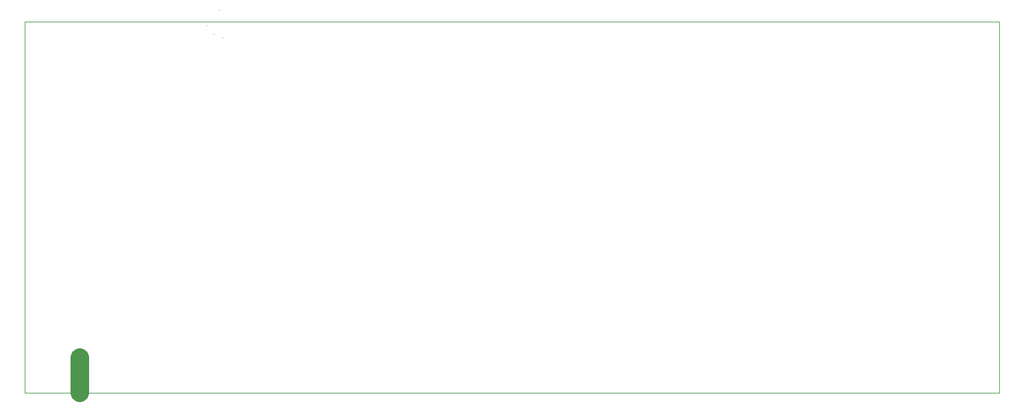
<source format=gko>
G04 (created by PCBNEW (2013-07-07 BZR 4022)-stable) date 11/11/2015 10:51:05 PM*
%MOIN*%
G04 Gerber Fmt 3.4, Leading zero omitted, Abs format*
%FSLAX34Y34*%
G01*
G70*
G90*
G04 APERTURE LIST*
%ADD10C,0.00590551*%
%ADD11C,0.00393701*%
%ADD12C,0.1*%
G04 APERTURE END LIST*
G54D10*
G54D11*
X25300Y-46900D02*
X25300Y-47450D01*
G54D12*
X25750Y-48800D02*
X25750Y-46900D01*
G54D11*
X33260Y-28160D02*
G75*
G03X33260Y-28160I0J0D01*
G74*
G01*
X33259Y-28160D02*
X33260Y-28160D01*
X33260Y-28159D02*
X33260Y-28160D01*
X33460Y-29660D02*
G75*
G03X33460Y-29660I0J0D01*
G74*
G01*
X33459Y-29660D02*
X33460Y-29660D01*
X33460Y-29659D02*
X33460Y-29660D01*
X32600Y-29000D02*
G75*
G03X32600Y-29000I0J0D01*
G74*
G01*
X32599Y-29000D02*
X32600Y-29000D01*
X32600Y-28999D02*
X32600Y-29000D01*
X32960Y-29460D02*
G75*
G03X32960Y-29460I0J0D01*
G74*
G01*
X32959Y-29460D02*
X32960Y-29460D01*
X32960Y-29459D02*
X32960Y-29460D01*
X22800Y-48801D02*
X22800Y-28801D01*
X75300Y-48801D02*
X75300Y-28801D01*
X22800Y-48801D02*
X75300Y-48801D01*
X22800Y-28800D02*
X75300Y-28800D01*
M02*

</source>
